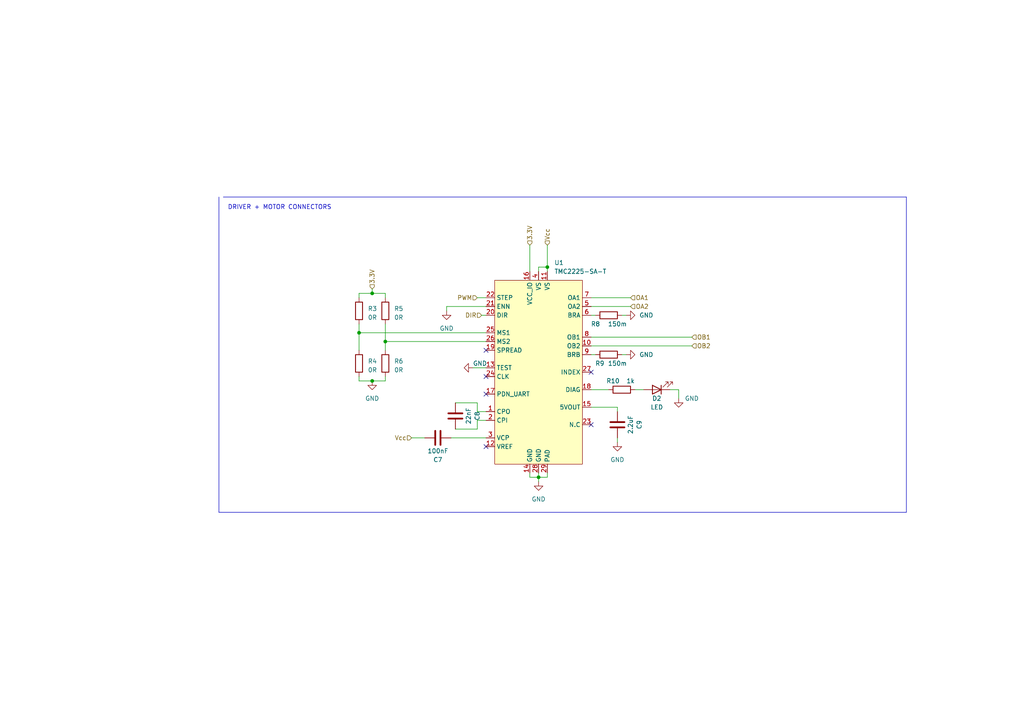
<source format=kicad_sch>
(kicad_sch (version 20230121) (generator eeschema)

  (uuid f94d9208-559e-4e80-a881-303802234389)

  (paper "A4")

  (lib_symbols
    (symbol "Custom_laptop:TMC2225-SA-T" (in_bom yes) (on_board yes)
      (property "Reference" "U" (at -11.43 25.4 0)
        (effects (font (size 1.27 1.27)))
      )
      (property "Value" "TMC2225-SA-T" (at -13.97 -31.75 0)
        (effects (font (size 1.27 1.27)))
      )
      (property "Footprint" "" (at -3.81 16.51 0)
        (effects (font (size 1.27 1.27)) hide)
      )
      (property "Datasheet" "" (at -3.81 16.51 0)
        (effects (font (size 1.27 1.27)) hide)
      )
      (symbol "TMC2225-SA-T_0_1"
        (rectangle (start -12.7 24.13) (end 12.7 -29.21)
          (stroke (width 0) (type default))
          (fill (type background))
        )
      )
      (symbol "TMC2225-SA-T_1_1"
        (pin passive line (at -15.24 -13.97 0) (length 2.54)
          (name "CPO" (effects (font (size 1.27 1.27))))
          (number "1" (effects (font (size 1.27 1.27))))
        )
        (pin passive line (at 15.24 5.08 180) (length 2.54)
          (name "OB2" (effects (font (size 1.27 1.27))))
          (number "10" (effects (font (size 1.27 1.27))))
        )
        (pin power_in line (at 2.54 26.67 270) (length 2.54)
          (name "VS" (effects (font (size 1.27 1.27))))
          (number "11" (effects (font (size 1.27 1.27))))
        )
        (pin passive line (at -15.24 -24.13 0) (length 2.54)
          (name "VREF" (effects (font (size 1.27 1.27))))
          (number "12" (effects (font (size 1.27 1.27))))
        )
        (pin passive line (at -15.24 -1.27 0) (length 2.54)
          (name "TEST" (effects (font (size 1.27 1.27))))
          (number "13" (effects (font (size 1.27 1.27))))
        )
        (pin power_in line (at -2.54 -31.75 90) (length 2.54)
          (name "GND" (effects (font (size 1.27 1.27))))
          (number "14" (effects (font (size 1.27 1.27))))
        )
        (pin passive line (at 15.24 -12.7 180) (length 2.54)
          (name "5VOUT" (effects (font (size 1.27 1.27))))
          (number "15" (effects (font (size 1.27 1.27))))
        )
        (pin power_in line (at -2.54 26.67 270) (length 2.54)
          (name "VCC_IO" (effects (font (size 1.27 1.27))))
          (number "16" (effects (font (size 1.27 1.27))))
        )
        (pin passive line (at -15.24 -8.89 0) (length 2.54)
          (name "PDN_UART" (effects (font (size 1.27 1.27))))
          (number "17" (effects (font (size 1.27 1.27))))
        )
        (pin passive line (at 15.24 -7.62 180) (length 2.54)
          (name "DIAG" (effects (font (size 1.27 1.27))))
          (number "18" (effects (font (size 1.27 1.27))))
        )
        (pin passive line (at -15.24 3.81 0) (length 2.54)
          (name "SPREAD" (effects (font (size 1.27 1.27))))
          (number "19" (effects (font (size 1.27 1.27))))
        )
        (pin passive line (at -15.24 -16.51 0) (length 2.54)
          (name "CPI" (effects (font (size 1.27 1.27))))
          (number "2" (effects (font (size 1.27 1.27))))
        )
        (pin passive line (at -15.24 13.97 0) (length 2.54)
          (name "DIR" (effects (font (size 1.27 1.27))))
          (number "20" (effects (font (size 1.27 1.27))))
        )
        (pin passive line (at -15.24 16.51 0) (length 2.54)
          (name "ENN" (effects (font (size 1.27 1.27))))
          (number "21" (effects (font (size 1.27 1.27))))
        )
        (pin passive line (at -15.24 19.05 0) (length 2.54)
          (name "STEP" (effects (font (size 1.27 1.27))))
          (number "22" (effects (font (size 1.27 1.27))))
        )
        (pin passive line (at 15.24 -17.78 180) (length 2.54)
          (name "N.C" (effects (font (size 1.27 1.27))))
          (number "23" (effects (font (size 1.27 1.27))))
        )
        (pin passive line (at -15.24 -3.81 0) (length 2.54)
          (name "CLK" (effects (font (size 1.27 1.27))))
          (number "24" (effects (font (size 1.27 1.27))))
        )
        (pin passive line (at -15.24 8.89 0) (length 2.54)
          (name "MS1" (effects (font (size 1.27 1.27))))
          (number "25" (effects (font (size 1.27 1.27))))
        )
        (pin passive line (at -15.24 6.35 0) (length 2.54)
          (name "MS2" (effects (font (size 1.27 1.27))))
          (number "26" (effects (font (size 1.27 1.27))))
        )
        (pin passive line (at 15.24 -2.54 180) (length 2.54)
          (name "INDEX" (effects (font (size 1.27 1.27))))
          (number "27" (effects (font (size 1.27 1.27))))
        )
        (pin power_in line (at 0 -31.75 90) (length 2.54)
          (name "GND" (effects (font (size 1.27 1.27))))
          (number "28" (effects (font (size 1.27 1.27))))
        )
        (pin power_in line (at 2.54 -31.75 90) (length 2.54)
          (name "PAD" (effects (font (size 1.27 1.27))))
          (number "29" (effects (font (size 1.27 1.27))))
        )
        (pin passive line (at -15.24 -21.59 0) (length 2.54)
          (name "VCP" (effects (font (size 1.27 1.27))))
          (number "3" (effects (font (size 1.27 1.27))))
        )
        (pin power_in line (at 0 26.67 270) (length 2.54)
          (name "VS" (effects (font (size 1.27 1.27))))
          (number "4" (effects (font (size 1.27 1.27))))
        )
        (pin passive line (at 15.24 16.51 180) (length 2.54)
          (name "OA2" (effects (font (size 1.27 1.27))))
          (number "5" (effects (font (size 1.27 1.27))))
        )
        (pin passive line (at 15.24 13.97 180) (length 2.54)
          (name "BRA" (effects (font (size 1.27 1.27))))
          (number "6" (effects (font (size 1.27 1.27))))
        )
        (pin passive line (at 15.24 19.05 180) (length 2.54)
          (name "OA1" (effects (font (size 1.27 1.27))))
          (number "7" (effects (font (size 1.27 1.27))))
        )
        (pin passive line (at 15.24 7.62 180) (length 2.54)
          (name "OB1" (effects (font (size 1.27 1.27))))
          (number "8" (effects (font (size 1.27 1.27))))
        )
        (pin passive line (at 15.24 2.54 180) (length 2.54)
          (name "BRB" (effects (font (size 1.27 1.27))))
          (number "9" (effects (font (size 1.27 1.27))))
        )
      )
    )
    (symbol "Device:C" (pin_numbers hide) (pin_names (offset 0.254)) (in_bom yes) (on_board yes)
      (property "Reference" "C" (at 0.635 2.54 0)
        (effects (font (size 1.27 1.27)) (justify left))
      )
      (property "Value" "C" (at 0.635 -2.54 0)
        (effects (font (size 1.27 1.27)) (justify left))
      )
      (property "Footprint" "" (at 0.9652 -3.81 0)
        (effects (font (size 1.27 1.27)) hide)
      )
      (property "Datasheet" "~" (at 0 0 0)
        (effects (font (size 1.27 1.27)) hide)
      )
      (property "ki_keywords" "cap capacitor" (at 0 0 0)
        (effects (font (size 1.27 1.27)) hide)
      )
      (property "ki_description" "Unpolarized capacitor" (at 0 0 0)
        (effects (font (size 1.27 1.27)) hide)
      )
      (property "ki_fp_filters" "C_*" (at 0 0 0)
        (effects (font (size 1.27 1.27)) hide)
      )
      (symbol "C_0_1"
        (polyline
          (pts
            (xy -2.032 -0.762)
            (xy 2.032 -0.762)
          )
          (stroke (width 0.508) (type default))
          (fill (type none))
        )
        (polyline
          (pts
            (xy -2.032 0.762)
            (xy 2.032 0.762)
          )
          (stroke (width 0.508) (type default))
          (fill (type none))
        )
      )
      (symbol "C_1_1"
        (pin passive line (at 0 3.81 270) (length 2.794)
          (name "~" (effects (font (size 1.27 1.27))))
          (number "1" (effects (font (size 1.27 1.27))))
        )
        (pin passive line (at 0 -3.81 90) (length 2.794)
          (name "~" (effects (font (size 1.27 1.27))))
          (number "2" (effects (font (size 1.27 1.27))))
        )
      )
    )
    (symbol "Device:LED" (pin_numbers hide) (pin_names (offset 1.016) hide) (in_bom yes) (on_board yes)
      (property "Reference" "D" (at 0 2.54 0)
        (effects (font (size 1.27 1.27)))
      )
      (property "Value" "LED" (at 0 -2.54 0)
        (effects (font (size 1.27 1.27)))
      )
      (property "Footprint" "" (at 0 0 0)
        (effects (font (size 1.27 1.27)) hide)
      )
      (property "Datasheet" "~" (at 0 0 0)
        (effects (font (size 1.27 1.27)) hide)
      )
      (property "ki_keywords" "LED diode" (at 0 0 0)
        (effects (font (size 1.27 1.27)) hide)
      )
      (property "ki_description" "Light emitting diode" (at 0 0 0)
        (effects (font (size 1.27 1.27)) hide)
      )
      (property "ki_fp_filters" "LED* LED_SMD:* LED_THT:*" (at 0 0 0)
        (effects (font (size 1.27 1.27)) hide)
      )
      (symbol "LED_0_1"
        (polyline
          (pts
            (xy -1.27 -1.27)
            (xy -1.27 1.27)
          )
          (stroke (width 0.254) (type default))
          (fill (type none))
        )
        (polyline
          (pts
            (xy -1.27 0)
            (xy 1.27 0)
          )
          (stroke (width 0) (type default))
          (fill (type none))
        )
        (polyline
          (pts
            (xy 1.27 -1.27)
            (xy 1.27 1.27)
            (xy -1.27 0)
            (xy 1.27 -1.27)
          )
          (stroke (width 0.254) (type default))
          (fill (type none))
        )
        (polyline
          (pts
            (xy -3.048 -0.762)
            (xy -4.572 -2.286)
            (xy -3.81 -2.286)
            (xy -4.572 -2.286)
            (xy -4.572 -1.524)
          )
          (stroke (width 0) (type default))
          (fill (type none))
        )
        (polyline
          (pts
            (xy -1.778 -0.762)
            (xy -3.302 -2.286)
            (xy -2.54 -2.286)
            (xy -3.302 -2.286)
            (xy -3.302 -1.524)
          )
          (stroke (width 0) (type default))
          (fill (type none))
        )
      )
      (symbol "LED_1_1"
        (pin passive line (at -3.81 0 0) (length 2.54)
          (name "K" (effects (font (size 1.27 1.27))))
          (number "1" (effects (font (size 1.27 1.27))))
        )
        (pin passive line (at 3.81 0 180) (length 2.54)
          (name "A" (effects (font (size 1.27 1.27))))
          (number "2" (effects (font (size 1.27 1.27))))
        )
      )
    )
    (symbol "Device:R" (pin_numbers hide) (pin_names (offset 0)) (in_bom yes) (on_board yes)
      (property "Reference" "R" (at 2.032 0 90)
        (effects (font (size 1.27 1.27)))
      )
      (property "Value" "R" (at 0 0 90)
        (effects (font (size 1.27 1.27)))
      )
      (property "Footprint" "" (at -1.778 0 90)
        (effects (font (size 1.27 1.27)) hide)
      )
      (property "Datasheet" "~" (at 0 0 0)
        (effects (font (size 1.27 1.27)) hide)
      )
      (property "ki_keywords" "R res resistor" (at 0 0 0)
        (effects (font (size 1.27 1.27)) hide)
      )
      (property "ki_description" "Resistor" (at 0 0 0)
        (effects (font (size 1.27 1.27)) hide)
      )
      (property "ki_fp_filters" "R_*" (at 0 0 0)
        (effects (font (size 1.27 1.27)) hide)
      )
      (symbol "R_0_1"
        (rectangle (start -1.016 -2.54) (end 1.016 2.54)
          (stroke (width 0.254) (type default))
          (fill (type none))
        )
      )
      (symbol "R_1_1"
        (pin passive line (at 0 3.81 270) (length 1.27)
          (name "~" (effects (font (size 1.27 1.27))))
          (number "1" (effects (font (size 1.27 1.27))))
        )
        (pin passive line (at 0 -3.81 90) (length 1.27)
          (name "~" (effects (font (size 1.27 1.27))))
          (number "2" (effects (font (size 1.27 1.27))))
        )
      )
    )
    (symbol "power:GND" (power) (pin_names (offset 0)) (in_bom yes) (on_board yes)
      (property "Reference" "#PWR" (at 0 -6.35 0)
        (effects (font (size 1.27 1.27)) hide)
      )
      (property "Value" "GND" (at 0 -3.81 0)
        (effects (font (size 1.27 1.27)))
      )
      (property "Footprint" "" (at 0 0 0)
        (effects (font (size 1.27 1.27)) hide)
      )
      (property "Datasheet" "" (at 0 0 0)
        (effects (font (size 1.27 1.27)) hide)
      )
      (property "ki_keywords" "global power" (at 0 0 0)
        (effects (font (size 1.27 1.27)) hide)
      )
      (property "ki_description" "Power symbol creates a global label with name \"GND\" , ground" (at 0 0 0)
        (effects (font (size 1.27 1.27)) hide)
      )
      (symbol "GND_0_1"
        (polyline
          (pts
            (xy 0 0)
            (xy 0 -1.27)
            (xy 1.27 -1.27)
            (xy 0 -2.54)
            (xy -1.27 -1.27)
            (xy 0 -1.27)
          )
          (stroke (width 0) (type default))
          (fill (type none))
        )
      )
      (symbol "GND_1_1"
        (pin power_in line (at 0 0 270) (length 0) hide
          (name "GND" (effects (font (size 1.27 1.27))))
          (number "1" (effects (font (size 1.27 1.27))))
        )
      )
    )
  )


  (junction (at 111.76 99.06) (diameter 0) (color 0 0 0 0)
    (uuid 2c2163f7-161d-412c-8359-143169cb0182)
  )
  (junction (at 158.75 77.47) (diameter 0) (color 0 0 0 0)
    (uuid 7bccfb04-950d-4a0a-80dc-72474d195e97)
  )
  (junction (at 156.21 138.43) (diameter 0) (color 0 0 0 0)
    (uuid 7ec19647-aade-46a5-a001-956b4740d744)
  )
  (junction (at 104.14 96.52) (diameter 0) (color 0 0 0 0)
    (uuid 98dad0bb-333a-4333-a992-5680c661093e)
  )
  (junction (at 107.95 85.09) (diameter 0) (color 0 0 0 0)
    (uuid bcc93f01-d661-4a5b-87a5-3c57dfdf0cfb)
  )
  (junction (at 107.95 110.49) (diameter 0) (color 0 0 0 0)
    (uuid d6aa65a0-c8c8-4608-b6b2-ff44a27510bf)
  )

  (no_connect (at 171.45 107.95) (uuid 20bf91f6-52ba-4438-b701-7c975decc2cd))
  (no_connect (at 140.97 109.22) (uuid 244a558f-18f3-43a6-90e9-cfc9eed87a48))
  (no_connect (at 140.97 114.3) (uuid 979a6a20-4cae-4576-b9d8-48b6975e0702))
  (no_connect (at 171.45 123.19) (uuid beac491c-e098-47d5-af28-2ade83ead9f0))
  (no_connect (at 140.97 101.6) (uuid f243a732-cf2d-40d5-bb04-c434564940e2))
  (no_connect (at 140.97 129.54) (uuid f24f3613-bf4d-4a56-9696-842339069334))

  (wire (pts (xy 104.14 86.36) (xy 104.14 85.09))
    (stroke (width 0) (type default))
    (uuid 0076f05a-ad2e-4430-9f65-7e0adba14f3c)
  )
  (wire (pts (xy 171.45 100.33) (xy 200.66 100.33))
    (stroke (width 0) (type default))
    (uuid 0405f42d-1f32-4af4-8e4f-930e8e39a8d0)
  )
  (wire (pts (xy 139.7 91.44) (xy 140.97 91.44))
    (stroke (width 0) (type default))
    (uuid 048be32f-0fe4-45e9-b013-861e451d9abd)
  )
  (wire (pts (xy 138.43 119.38) (xy 140.97 119.38))
    (stroke (width 0) (type default))
    (uuid 092e83c1-1b6b-4d5f-9ac1-4de0df43c150)
  )
  (wire (pts (xy 179.07 118.11) (xy 179.07 119.38))
    (stroke (width 0) (type default))
    (uuid 0aa75963-445d-437d-a753-fecb6fbdf3a0)
  )
  (polyline (pts (xy 63.5 57.15) (xy 63.5 148.59))
    (stroke (width 0) (type default))
    (uuid 139176b8-68cc-4b69-8de5-09a17e9c66ac)
  )

  (wire (pts (xy 156.21 138.43) (xy 158.75 138.43))
    (stroke (width 0) (type default))
    (uuid 1c047c6c-fa32-4a22-9728-93d14c754c28)
  )
  (wire (pts (xy 104.14 109.22) (xy 104.14 110.49))
    (stroke (width 0) (type default))
    (uuid 262f85e1-25ca-4361-b1c4-a22bcaa8f8a7)
  )
  (wire (pts (xy 104.14 110.49) (xy 107.95 110.49))
    (stroke (width 0) (type default))
    (uuid 35afd146-a42a-4c0a-8409-829ef5212f07)
  )
  (wire (pts (xy 156.21 138.43) (xy 156.21 139.7))
    (stroke (width 0) (type default))
    (uuid 405c5af7-2a4c-4bc6-83a4-a8d4544743ff)
  )
  (wire (pts (xy 111.76 93.98) (xy 111.76 99.06))
    (stroke (width 0) (type default))
    (uuid 480ef1f5-b993-4993-8fb9-befa3c114933)
  )
  (wire (pts (xy 130.81 127) (xy 140.97 127))
    (stroke (width 0) (type default))
    (uuid 4a39dad2-a5ac-41ac-8dca-4875d4c7f05f)
  )
  (wire (pts (xy 104.14 93.98) (xy 104.14 96.52))
    (stroke (width 0) (type default))
    (uuid 626a58e8-cbbf-49c9-a6db-c6e33c8a35a0)
  )
  (wire (pts (xy 119.38 127) (xy 123.19 127))
    (stroke (width 0) (type default))
    (uuid 703522f1-a850-4e6a-81e0-81f1479d4ec0)
  )
  (wire (pts (xy 104.14 85.09) (xy 107.95 85.09))
    (stroke (width 0) (type default))
    (uuid 70f84ee6-070d-479c-b01b-bc104f221a72)
  )
  (wire (pts (xy 111.76 85.09) (xy 111.76 86.36))
    (stroke (width 0) (type default))
    (uuid 735ddf4f-1a2c-4be8-b783-b7311a6cf578)
  )
  (wire (pts (xy 138.43 116.84) (xy 138.43 119.38))
    (stroke (width 0) (type default))
    (uuid 7658c4c8-f592-4e68-bccd-cb88b5c729e3)
  )
  (wire (pts (xy 156.21 77.47) (xy 158.75 77.47))
    (stroke (width 0) (type default))
    (uuid 77809537-7d1a-418f-90a1-2aa8a24974b9)
  )
  (wire (pts (xy 111.76 99.06) (xy 140.97 99.06))
    (stroke (width 0) (type default))
    (uuid 802bd469-c1ad-47ca-b39f-d7f239e68759)
  )
  (wire (pts (xy 107.95 85.09) (xy 111.76 85.09))
    (stroke (width 0) (type default))
    (uuid 87e15c6c-7379-455f-86f3-31591aa82cc6)
  )
  (wire (pts (xy 179.07 118.11) (xy 171.45 118.11))
    (stroke (width 0) (type default))
    (uuid 886ae25b-6462-4dd7-8b96-ad7c19222ecc)
  )
  (wire (pts (xy 107.95 83.82) (xy 107.95 85.09))
    (stroke (width 0) (type default))
    (uuid 89ad1c94-7198-4115-996e-d5b2255d5ad6)
  )
  (wire (pts (xy 132.08 124.46) (xy 138.43 124.46))
    (stroke (width 0) (type default))
    (uuid 8eca83ce-f803-45eb-8939-fb47a50f786a)
  )
  (wire (pts (xy 180.34 91.44) (xy 181.61 91.44))
    (stroke (width 0) (type default))
    (uuid 917ce7fb-ec99-421a-9a6c-66fb70d60022)
  )
  (polyline (pts (xy 64.77 57.15) (xy 262.89 57.15))
    (stroke (width 0) (type default))
    (uuid 931a1d09-762a-4223-9f09-926c0a5a56f0)
  )
  (polyline (pts (xy 262.89 57.15) (xy 262.89 148.59))
    (stroke (width 0) (type default))
    (uuid 9dea5efb-c502-4158-bd61-2a24d0adae77)
  )

  (wire (pts (xy 171.45 113.03) (xy 176.53 113.03))
    (stroke (width 0) (type default))
    (uuid 9fbbe802-ddc8-4ff9-b8db-04bbda4196c4)
  )
  (polyline (pts (xy 262.89 148.59) (xy 63.5 148.59))
    (stroke (width 0) (type default))
    (uuid a2b54b71-2e85-4756-bad8-160308586f19)
  )

  (wire (pts (xy 171.45 97.79) (xy 200.66 97.79))
    (stroke (width 0) (type default))
    (uuid a5163bd5-2bee-44b9-b333-44e7bb552936)
  )
  (wire (pts (xy 171.45 86.36) (xy 182.88 86.36))
    (stroke (width 0) (type default))
    (uuid a6de4f11-55b7-46eb-bb6f-64cf0f367592)
  )
  (wire (pts (xy 111.76 109.22) (xy 111.76 110.49))
    (stroke (width 0) (type default))
    (uuid af7088dc-92dd-4d75-9e8f-c7f0a92999df)
  )
  (wire (pts (xy 153.67 71.12) (xy 153.67 78.74))
    (stroke (width 0) (type default))
    (uuid b1238892-4c92-4e4c-b927-dec0abc3ce68)
  )
  (wire (pts (xy 156.21 137.16) (xy 156.21 138.43))
    (stroke (width 0) (type default))
    (uuid b2242085-efea-4dc5-add1-19c82ddeb446)
  )
  (wire (pts (xy 129.54 90.17) (xy 129.54 88.9))
    (stroke (width 0) (type default))
    (uuid b74e6b95-096d-4329-b20c-863f4d991a6a)
  )
  (wire (pts (xy 171.45 88.9) (xy 182.88 88.9))
    (stroke (width 0) (type default))
    (uuid b85b3e3b-f17f-4b12-95d1-c05abc83f329)
  )
  (wire (pts (xy 132.08 116.84) (xy 138.43 116.84))
    (stroke (width 0) (type default))
    (uuid c1a6284d-7957-4833-8567-a8f8a65a8f49)
  )
  (wire (pts (xy 196.85 115.57) (xy 196.85 113.03))
    (stroke (width 0) (type default))
    (uuid c343d182-38a5-49df-a386-150b06528fc6)
  )
  (wire (pts (xy 158.75 71.12) (xy 158.75 77.47))
    (stroke (width 0) (type default))
    (uuid c7642a03-0622-49a0-885e-0b19cd09cb26)
  )
  (wire (pts (xy 196.85 113.03) (xy 194.31 113.03))
    (stroke (width 0) (type default))
    (uuid c79ab988-7a0e-4802-9075-9f326069a7b5)
  )
  (wire (pts (xy 138.43 121.92) (xy 140.97 121.92))
    (stroke (width 0) (type default))
    (uuid cb0748a1-662a-47be-bce3-d304e82f6e93)
  )
  (wire (pts (xy 156.21 78.74) (xy 156.21 77.47))
    (stroke (width 0) (type default))
    (uuid cb409bee-312b-4134-b5f7-8b479ffccd7f)
  )
  (wire (pts (xy 111.76 99.06) (xy 111.76 101.6))
    (stroke (width 0) (type default))
    (uuid cbdd629e-217b-49f8-92ad-900de7dfacb9)
  )
  (wire (pts (xy 107.95 110.49) (xy 111.76 110.49))
    (stroke (width 0) (type default))
    (uuid d42d43c2-f32e-418a-ba4f-7acff1d2052a)
  )
  (wire (pts (xy 129.54 88.9) (xy 140.97 88.9))
    (stroke (width 0) (type default))
    (uuid d6341c23-74d1-48b2-b6f5-52140a94a50a)
  )
  (wire (pts (xy 153.67 138.43) (xy 156.21 138.43))
    (stroke (width 0) (type default))
    (uuid d691ac35-8baa-480a-a8a8-83b78c0781d1)
  )
  (wire (pts (xy 158.75 137.16) (xy 158.75 138.43))
    (stroke (width 0) (type default))
    (uuid d7b1a61b-35dd-4635-858d-42d55266540b)
  )
  (wire (pts (xy 158.75 77.47) (xy 158.75 78.74))
    (stroke (width 0) (type default))
    (uuid dac1611c-fe9c-4c0b-b645-14939e3569ae)
  )
  (wire (pts (xy 171.45 102.87) (xy 172.72 102.87))
    (stroke (width 0) (type default))
    (uuid dd7d15c0-9846-4ae8-b220-1ac8f1a3ad95)
  )
  (wire (pts (xy 104.14 96.52) (xy 140.97 96.52))
    (stroke (width 0) (type default))
    (uuid de9c2fdc-38cd-4a50-b4ae-054bbcffa82c)
  )
  (wire (pts (xy 138.43 86.36) (xy 140.97 86.36))
    (stroke (width 0) (type default))
    (uuid e522b076-affb-4bb4-a8d1-191e0f176fb4)
  )
  (wire (pts (xy 180.34 102.87) (xy 181.61 102.87))
    (stroke (width 0) (type default))
    (uuid ea060b7a-b67a-4aeb-8ffe-f931179856f7)
  )
  (wire (pts (xy 138.43 124.46) (xy 138.43 121.92))
    (stroke (width 0) (type default))
    (uuid ea07f079-de25-4b79-93db-ba21aebb7eb9)
  )
  (wire (pts (xy 184.15 113.03) (xy 186.69 113.03))
    (stroke (width 0) (type default))
    (uuid f152355a-1620-491d-81a0-140b7b0075d6)
  )
  (wire (pts (xy 137.16 106.68) (xy 140.97 106.68))
    (stroke (width 0) (type default))
    (uuid f22ca917-9c88-49bc-80ab-fc668e80e0c2)
  )
  (wire (pts (xy 104.14 96.52) (xy 104.14 101.6))
    (stroke (width 0) (type default))
    (uuid f2c08486-6249-4385-bb2d-6da4e1bbfc40)
  )
  (wire (pts (xy 153.67 137.16) (xy 153.67 138.43))
    (stroke (width 0) (type default))
    (uuid f9249d0c-3e79-49cb-a5d1-e7a2a0564152)
  )
  (wire (pts (xy 179.07 127) (xy 179.07 128.27))
    (stroke (width 0) (type default))
    (uuid f976d152-60f9-4760-97d9-f1483accda3b)
  )
  (wire (pts (xy 171.45 91.44) (xy 172.72 91.44))
    (stroke (width 0) (type default))
    (uuid fd50f4b7-09a0-4d5f-b19d-d99f0676793b)
  )

  (text "DRIVER + MOTOR CONNECTORS" (at 66.04 60.96 0)
    (effects (font (size 1.27 1.27)) (justify left bottom))
    (uuid a726ca2c-95f6-4d2d-8e5e-6b2fa89bd215)
  )

  (hierarchical_label "OB2" (shape input) (at 200.66 100.33 0) (fields_autoplaced)
    (effects (font (size 1.27 1.27)) (justify left))
    (uuid 04499728-a7c4-441e-9d7e-5a5044b21e73)
  )
  (hierarchical_label "3.3V" (shape input) (at 107.95 83.82 90) (fields_autoplaced)
    (effects (font (size 1.27 1.27)) (justify left))
    (uuid 149ee152-6784-4fd4-b227-420031ed10c4)
  )
  (hierarchical_label "Vcc" (shape input) (at 158.75 71.12 90) (fields_autoplaced)
    (effects (font (size 1.27 1.27)) (justify left))
    (uuid 23b11c74-5564-4996-bcb1-e4110cc24f6f)
  )
  (hierarchical_label "DIR" (shape input) (at 139.7 91.44 180) (fields_autoplaced)
    (effects (font (size 1.27 1.27)) (justify right))
    (uuid 3af2be07-ab21-466d-9b4d-f847c35cea8d)
  )
  (hierarchical_label "OA1" (shape input) (at 182.88 86.36 0) (fields_autoplaced)
    (effects (font (size 1.27 1.27)) (justify left))
    (uuid 7b1b8550-0d91-4e53-93e5-8858d5c4f5e3)
  )
  (hierarchical_label "OB1" (shape input) (at 200.66 97.79 0) (fields_autoplaced)
    (effects (font (size 1.27 1.27)) (justify left))
    (uuid 81ce116f-d7a8-4f73-82cf-e10504f084c6)
  )
  (hierarchical_label "3.3V" (shape input) (at 153.67 71.12 90) (fields_autoplaced)
    (effects (font (size 1.27 1.27)) (justify left))
    (uuid 8fb10e27-1f1e-4723-8593-1c1fb9de57c1)
  )
  (hierarchical_label "PWM" (shape input) (at 138.43 86.36 180) (fields_autoplaced)
    (effects (font (size 1.27 1.27)) (justify right))
    (uuid b2da71db-5a62-4f7d-b3a0-18fd827a5330)
  )
  (hierarchical_label "Vcc" (shape input) (at 119.38 127 180) (fields_autoplaced)
    (effects (font (size 1.27 1.27)) (justify right))
    (uuid d1754f43-eeb4-4d75-b1bb-85197f0559b5)
  )
  (hierarchical_label "OA2" (shape input) (at 182.88 88.9 0) (fields_autoplaced)
    (effects (font (size 1.27 1.27)) (justify left))
    (uuid f5a70b08-850f-4ac8-b020-1091db0a1f53)
  )

  (symbol (lib_id "Custom_laptop:TMC2225-SA-T") (at 156.21 105.41 0) (unit 1)
    (in_bom yes) (on_board yes) (dnp no) (fields_autoplaced)
    (uuid 0197128c-b182-4dbc-92fb-19517eb2860f)
    (property "Reference" "U4" (at 160.7694 76.2 0)
      (effects (font (size 1.27 1.27)) (justify left))
    )
    (property "Value" "TMC2225-SA-T" (at 160.7694 78.74 0)
      (effects (font (size 1.27 1.27)) (justify left))
    )
    (property "Footprint" "Package_SO:HTSSOP-28-1EP_4.4x9.7mm_P0.65mm_EP2.85x5.4mm_ThermalVias" (at 152.4 88.9 0)
      (effects (font (size 1.27 1.27)) hide)
    )
    (property "Datasheet" "" (at 152.4 88.9 0)
      (effects (font (size 1.27 1.27)) hide)
    )
    (pin "1" (uuid 73a77a61-20b6-438a-9c32-07b6b943a004))
    (pin "10" (uuid 39977d3c-cf75-4cda-ad64-409cf6bc8998))
    (pin "11" (uuid 3ef70cab-adf1-4b69-b61e-4cf980abf7a8))
    (pin "12" (uuid 50a6ba9f-26e6-4202-bae1-8a0547eb7c75))
    (pin "13" (uuid 00e407df-664f-4830-9e3e-f2bda853b946))
    (pin "14" (uuid 843eb4e2-290b-40e5-8e91-83ab0b06bf83))
    (pin "15" (uuid c2aa9510-42e1-4635-82c0-009f3e475e70))
    (pin "16" (uuid f0a1591d-af1c-49cf-b8d3-e59ffc6e803e))
    (pin "17" (uuid 4cdb77fd-415e-452a-b0c8-8b3a81b4fe53))
    (pin "18" (uuid 2dffc17d-caea-444b-bde5-0fbc26a3d3a5))
    (pin "19" (uuid b01b8d02-b3ae-41e5-a69f-e2b0bf168c1b))
    (pin "2" (uuid b6b51f0f-a41c-49e4-8cea-7dc0c7205180))
    (pin "20" (uuid d25ebebf-ade6-40ac-b5fe-6c8d992699cb))
    (pin "21" (uuid 3ba05703-e1d9-475f-b1ad-89d642d28823))
    (pin "22" (uuid 90025718-c36b-4e64-abd3-bd2c5e50e6cb))
    (pin "23" (uuid cc30ec64-951f-427a-8f31-1d89b24c9e96))
    (pin "24" (uuid 98ca7421-deb9-4418-98c6-05fc8ad06406))
    (pin "25" (uuid 59d29126-477a-4479-bd6c-bf72f219ddf8))
    (pin "26" (uuid 6e0fdc6a-eaff-41f2-b877-43dce70d3aec))
    (pin "27" (uuid 62b9cef5-564a-49bf-a33f-a436db775b48))
    (pin "28" (uuid 1270f751-b9a8-4900-92a3-cc9a023ec0ba))
    (pin "29" (uuid 5c67fb6e-3844-4270-91e0-41693398c641))
    (pin "3" (uuid 9739d157-6762-4944-bd41-06388b871d7b))
    (pin "4" (uuid 5a84950d-37fd-4c4e-a235-81e97809464d))
    (pin "5" (uuid 206b38ec-4ad0-41ae-b6a7-5124a47278fb))
    (pin "6" (uuid 3b348119-2da8-4b48-949f-e2d50caf8157))
    (pin "7" (uuid ac6dd2e6-b1f8-41dd-a862-40f4f1c5a393))
    (pin "8" (uuid a94f24ef-c70e-4190-995f-5dd3c02b6e2d))
    (pin "9" (uuid 2f918692-6191-4450-a332-0a0894428064))
    (instances
      (project "PAMI_mb"
        (path "/bb3e6145-6642-4de1-802f-741b252e53ea/a28b8add-1ed1-4780-b0a0-cc15581d2014"
          (reference "U4") (unit 1)
        )
        (path "/bb3e6145-6642-4de1-802f-741b252e53ea/0e3b4a17-dedf-4ef8-99bd-6617ca6e1a75"
          (reference "U5") (unit 1)
        )
      )
      (project "Stepper_Driver_TMC2225-SA-T"
        (path "/f94d9208-559e-4e80-a881-303802234389"
          (reference "U1") (unit 1)
        )
      )
    )
  )

  (symbol (lib_id "Device:R") (at 176.53 102.87 90) (unit 1)
    (in_bom yes) (on_board yes) (dnp no)
    (uuid 0d5f7039-be92-426c-b6c2-83fb1f3cbe5e)
    (property "Reference" "R26" (at 173.99 105.41 90)
      (effects (font (size 1.27 1.27)))
    )
    (property "Value" "150m" (at 179.07 105.41 90)
      (effects (font (size 1.27 1.27)))
    )
    (property "Footprint" "Resistor_SMD:R_1206_3216Metric_Pad1.30x1.75mm_HandSolder" (at 176.53 104.648 90)
      (effects (font (size 1.27 1.27)) hide)
    )
    (property "Datasheet" "~" (at 176.53 102.87 0)
      (effects (font (size 1.27 1.27)) hide)
    )
    (pin "1" (uuid 035bf459-4f00-4d12-b02b-07056d0eeca5))
    (pin "2" (uuid 55cfe0a0-430b-4615-a0de-57e02f7f586f))
    (instances
      (project "PAMI_mb"
        (path "/bb3e6145-6642-4de1-802f-741b252e53ea/a28b8add-1ed1-4780-b0a0-cc15581d2014"
          (reference "R26") (unit 1)
        )
        (path "/bb3e6145-6642-4de1-802f-741b252e53ea/0e3b4a17-dedf-4ef8-99bd-6617ca6e1a75"
          (reference "R33") (unit 1)
        )
      )
      (project "Stepper_Driver_TMC2225-SA-T"
        (path "/f94d9208-559e-4e80-a881-303802234389"
          (reference "R9") (unit 1)
        )
      )
    )
  )

  (symbol (lib_id "Device:R") (at 176.53 91.44 90) (unit 1)
    (in_bom yes) (on_board yes) (dnp no)
    (uuid 114e77fa-79f0-44c6-a5af-ddcd10f2cb7c)
    (property "Reference" "R25" (at 172.72 93.98 90)
      (effects (font (size 1.27 1.27)))
    )
    (property "Value" "150m" (at 179.07 93.98 90)
      (effects (font (size 1.27 1.27)))
    )
    (property "Footprint" "Resistor_SMD:R_1206_3216Metric_Pad1.30x1.75mm_HandSolder" (at 176.53 93.218 90)
      (effects (font (size 1.27 1.27)) hide)
    )
    (property "Datasheet" "~" (at 176.53 91.44 0)
      (effects (font (size 1.27 1.27)) hide)
    )
    (pin "1" (uuid 6434ea52-8149-49d7-ab1d-4549af29c81c))
    (pin "2" (uuid bcef27ba-f131-4ff8-bc4c-d9accefc29b9))
    (instances
      (project "PAMI_mb"
        (path "/bb3e6145-6642-4de1-802f-741b252e53ea/a28b8add-1ed1-4780-b0a0-cc15581d2014"
          (reference "R25") (unit 1)
        )
        (path "/bb3e6145-6642-4de1-802f-741b252e53ea/0e3b4a17-dedf-4ef8-99bd-6617ca6e1a75"
          (reference "R32") (unit 1)
        )
      )
      (project "Stepper_Driver_TMC2225-SA-T"
        (path "/f94d9208-559e-4e80-a881-303802234389"
          (reference "R8") (unit 1)
        )
      )
    )
  )

  (symbol (lib_id "Device:LED") (at 190.5 113.03 180) (unit 1)
    (in_bom yes) (on_board yes) (dnp no)
    (uuid 12f316ff-5d3a-4882-873f-f8a3ddb4d315)
    (property "Reference" "D9" (at 190.5 115.57 0)
      (effects (font (size 1.27 1.27)))
    )
    (property "Value" "LED" (at 190.5 118.11 0)
      (effects (font (size 1.27 1.27)))
    )
    (property "Footprint" "LED_SMD:LED_0603_1608Metric_Pad1.05x0.95mm_HandSolder" (at 190.5 113.03 0)
      (effects (font (size 1.27 1.27)) hide)
    )
    (property "Datasheet" "~" (at 190.5 113.03 0)
      (effects (font (size 1.27 1.27)) hide)
    )
    (pin "1" (uuid c5bfc39b-2f9c-4994-aa9e-34e3aaa6a530))
    (pin "2" (uuid 3f23fb0d-b3a5-4536-acba-2e477c02e472))
    (instances
      (project "PAMI_mb"
        (path "/bb3e6145-6642-4de1-802f-741b252e53ea/a28b8add-1ed1-4780-b0a0-cc15581d2014"
          (reference "D9") (unit 1)
        )
        (path "/bb3e6145-6642-4de1-802f-741b252e53ea/0e3b4a17-dedf-4ef8-99bd-6617ca6e1a75"
          (reference "D10") (unit 1)
        )
      )
      (project "Stepper_Driver_TMC2225-SA-T"
        (path "/f94d9208-559e-4e80-a881-303802234389"
          (reference "D2") (unit 1)
        )
      )
    )
  )

  (symbol (lib_id "power:GND") (at 181.61 91.44 90) (unit 1)
    (in_bom yes) (on_board yes) (dnp no) (fields_autoplaced)
    (uuid 140464b3-78c9-478b-a49a-46140f39856f)
    (property "Reference" "#PWR067" (at 187.96 91.44 0)
      (effects (font (size 1.27 1.27)) hide)
    )
    (property "Value" "GND" (at 185.42 91.4399 90)
      (effects (font (size 1.27 1.27)) (justify right))
    )
    (property "Footprint" "" (at 181.61 91.44 0)
      (effects (font (size 1.27 1.27)) hide)
    )
    (property "Datasheet" "" (at 181.61 91.44 0)
      (effects (font (size 1.27 1.27)) hide)
    )
    (pin "1" (uuid f99bda3e-dff4-445b-a4b7-a8dc06fd5831))
    (instances
      (project "PAMI_mb"
        (path "/bb3e6145-6642-4de1-802f-741b252e53ea/a28b8add-1ed1-4780-b0a0-cc15581d2014"
          (reference "#PWR067") (unit 1)
        )
        (path "/bb3e6145-6642-4de1-802f-741b252e53ea/0e3b4a17-dedf-4ef8-99bd-6617ca6e1a75"
          (reference "#PWR075") (unit 1)
        )
      )
      (project "Stepper_Driver_TMC2225-SA-T"
        (path "/f94d9208-559e-4e80-a881-303802234389"
          (reference "#PWR0105") (unit 1)
        )
      )
    )
  )

  (symbol (lib_id "Device:R") (at 180.34 113.03 270) (unit 1)
    (in_bom yes) (on_board yes) (dnp no)
    (uuid 1b3138a0-61ca-4329-b994-99f6065c0429)
    (property "Reference" "R27" (at 177.8 110.49 90)
      (effects (font (size 1.27 1.27)))
    )
    (property "Value" "1k" (at 182.88 110.49 90)
      (effects (font (size 1.27 1.27)))
    )
    (property "Footprint" "Resistor_SMD:R_0603_1608Metric_Pad0.98x0.95mm_HandSolder" (at 180.34 111.252 90)
      (effects (font (size 1.27 1.27)) hide)
    )
    (property "Datasheet" "~" (at 180.34 113.03 0)
      (effects (font (size 1.27 1.27)) hide)
    )
    (pin "1" (uuid f7898c84-7b1b-4793-b41d-7bf150010d99))
    (pin "2" (uuid 02895679-ebf3-431e-b968-d5d21804bcb9))
    (instances
      (project "PAMI_mb"
        (path "/bb3e6145-6642-4de1-802f-741b252e53ea/a28b8add-1ed1-4780-b0a0-cc15581d2014"
          (reference "R27") (unit 1)
        )
        (path "/bb3e6145-6642-4de1-802f-741b252e53ea/0e3b4a17-dedf-4ef8-99bd-6617ca6e1a75"
          (reference "R34") (unit 1)
        )
      )
      (project "Stepper_Driver_TMC2225-SA-T"
        (path "/f94d9208-559e-4e80-a881-303802234389"
          (reference "R10") (unit 1)
        )
      )
    )
  )

  (symbol (lib_id "power:GND") (at 156.21 139.7 0) (unit 1)
    (in_bom yes) (on_board yes) (dnp no) (fields_autoplaced)
    (uuid 2f2bf707-4804-4095-9c5a-aa1f48b88df2)
    (property "Reference" "#PWR065" (at 156.21 146.05 0)
      (effects (font (size 1.27 1.27)) hide)
    )
    (property "Value" "GND" (at 156.21 144.78 0)
      (effects (font (size 1.27 1.27)))
    )
    (property "Footprint" "" (at 156.21 139.7 0)
      (effects (font (size 1.27 1.27)) hide)
    )
    (property "Datasheet" "" (at 156.21 139.7 0)
      (effects (font (size 1.27 1.27)) hide)
    )
    (pin "1" (uuid d74883b9-051b-4fdf-a2fc-44c2ba825c27))
    (instances
      (project "PAMI_mb"
        (path "/bb3e6145-6642-4de1-802f-741b252e53ea/a28b8add-1ed1-4780-b0a0-cc15581d2014"
          (reference "#PWR065") (unit 1)
        )
        (path "/bb3e6145-6642-4de1-802f-741b252e53ea/0e3b4a17-dedf-4ef8-99bd-6617ca6e1a75"
          (reference "#PWR073") (unit 1)
        )
      )
      (project "Stepper_Driver_TMC2225-SA-T"
        (path "/f94d9208-559e-4e80-a881-303802234389"
          (reference "#PWR0107") (unit 1)
        )
      )
    )
  )

  (symbol (lib_id "Device:C") (at 179.07 123.19 180) (unit 1)
    (in_bom yes) (on_board yes) (dnp no)
    (uuid 2fb39ba7-f964-4c8d-838b-141b8771e500)
    (property "Reference" "C21" (at 185.42 123.19 90)
      (effects (font (size 1.27 1.27)))
    )
    (property "Value" "2.2uF" (at 182.88 123.19 90)
      (effects (font (size 1.27 1.27)))
    )
    (property "Footprint" "Capacitor_SMD:C_0805_2012Metric_Pad1.18x1.45mm_HandSolder" (at 178.1048 119.38 0)
      (effects (font (size 1.27 1.27)) hide)
    )
    (property "Datasheet" "~" (at 179.07 123.19 0)
      (effects (font (size 1.27 1.27)) hide)
    )
    (pin "1" (uuid b41b66c4-2d43-44a6-9ae2-19d68a5f9f82))
    (pin "2" (uuid 1b4f2cac-4fb5-4662-a012-d51f00d88f66))
    (instances
      (project "PAMI_mb"
        (path "/bb3e6145-6642-4de1-802f-741b252e53ea/a28b8add-1ed1-4780-b0a0-cc15581d2014"
          (reference "C21") (unit 1)
        )
        (path "/bb3e6145-6642-4de1-802f-741b252e53ea/0e3b4a17-dedf-4ef8-99bd-6617ca6e1a75"
          (reference "C24") (unit 1)
        )
      )
      (project "Stepper_Driver_TMC2225-SA-T"
        (path "/f94d9208-559e-4e80-a881-303802234389"
          (reference "C9") (unit 1)
        )
      )
    )
  )

  (symbol (lib_id "Device:R") (at 111.76 105.41 180) (unit 1)
    (in_bom yes) (on_board yes) (dnp no) (fields_autoplaced)
    (uuid 3c0a4aa3-aa2b-4b18-b412-e0c2bb3167bd)
    (property "Reference" "R24" (at 114.3 104.775 0)
      (effects (font (size 1.27 1.27)) (justify right))
    )
    (property "Value" "0R" (at 114.3 107.315 0)
      (effects (font (size 1.27 1.27)) (justify right))
    )
    (property "Footprint" "Resistor_SMD:R_0603_1608Metric_Pad0.98x0.95mm_HandSolder" (at 113.538 105.41 90)
      (effects (font (size 1.27 1.27)) hide)
    )
    (property "Datasheet" "~" (at 111.76 105.41 0)
      (effects (font (size 1.27 1.27)) hide)
    )
    (pin "1" (uuid e8867b45-773b-4d34-a8d1-f3a830ffb23f))
    (pin "2" (uuid 94d49f55-b6d0-4298-b773-dbe2a233b484))
    (instances
      (project "PAMI_mb"
        (path "/bb3e6145-6642-4de1-802f-741b252e53ea/a28b8add-1ed1-4780-b0a0-cc15581d2014"
          (reference "R24") (unit 1)
        )
        (path "/bb3e6145-6642-4de1-802f-741b252e53ea/0e3b4a17-dedf-4ef8-99bd-6617ca6e1a75"
          (reference "R31") (unit 1)
        )
      )
      (project "Stepper_Driver_TMC2225-SA-T"
        (path "/f94d9208-559e-4e80-a881-303802234389"
          (reference "R6") (unit 1)
        )
      )
    )
  )

  (symbol (lib_id "Device:C") (at 132.08 120.65 180) (unit 1)
    (in_bom yes) (on_board yes) (dnp no)
    (uuid 4ec260fa-8c2b-4b07-b3cb-7aac50fb62d9)
    (property "Reference" "C20" (at 138.43 120.65 90)
      (effects (font (size 1.27 1.27)))
    )
    (property "Value" "22nF" (at 135.89 120.65 90)
      (effects (font (size 1.27 1.27)))
    )
    (property "Footprint" "Capacitor_SMD:C_0603_1608Metric_Pad1.08x0.95mm_HandSolder" (at 131.1148 116.84 0)
      (effects (font (size 1.27 1.27)) hide)
    )
    (property "Datasheet" "~" (at 132.08 120.65 0)
      (effects (font (size 1.27 1.27)) hide)
    )
    (pin "1" (uuid 65a65231-a4cf-483d-a6b8-757ef73bf3b1))
    (pin "2" (uuid e099b2ba-59e5-4229-ba4a-a0abb374e0d6))
    (instances
      (project "PAMI_mb"
        (path "/bb3e6145-6642-4de1-802f-741b252e53ea/a28b8add-1ed1-4780-b0a0-cc15581d2014"
          (reference "C20") (unit 1)
        )
        (path "/bb3e6145-6642-4de1-802f-741b252e53ea/0e3b4a17-dedf-4ef8-99bd-6617ca6e1a75"
          (reference "C23") (unit 1)
        )
      )
      (project "Stepper_Driver_TMC2225-SA-T"
        (path "/f94d9208-559e-4e80-a881-303802234389"
          (reference "C8") (unit 1)
        )
      )
    )
  )

  (symbol (lib_id "power:GND") (at 179.07 128.27 0) (unit 1)
    (in_bom yes) (on_board yes) (dnp no) (fields_autoplaced)
    (uuid 5da6d161-2964-4eaa-aaa4-480f38655180)
    (property "Reference" "#PWR066" (at 179.07 134.62 0)
      (effects (font (size 1.27 1.27)) hide)
    )
    (property "Value" "GND" (at 179.07 133.35 0)
      (effects (font (size 1.27 1.27)))
    )
    (property "Footprint" "" (at 179.07 128.27 0)
      (effects (font (size 1.27 1.27)) hide)
    )
    (property "Datasheet" "" (at 179.07 128.27 0)
      (effects (font (size 1.27 1.27)) hide)
    )
    (pin "1" (uuid 3847f8ea-2840-4398-84a0-bd14808141d1))
    (instances
      (project "PAMI_mb"
        (path "/bb3e6145-6642-4de1-802f-741b252e53ea/a28b8add-1ed1-4780-b0a0-cc15581d2014"
          (reference "#PWR066") (unit 1)
        )
        (path "/bb3e6145-6642-4de1-802f-741b252e53ea/0e3b4a17-dedf-4ef8-99bd-6617ca6e1a75"
          (reference "#PWR074") (unit 1)
        )
      )
      (project "Stepper_Driver_TMC2225-SA-T"
        (path "/f94d9208-559e-4e80-a881-303802234389"
          (reference "#PWR0104") (unit 1)
        )
      )
    )
  )

  (symbol (lib_id "power:GND") (at 107.95 110.49 0) (unit 1)
    (in_bom yes) (on_board yes) (dnp no) (fields_autoplaced)
    (uuid 6442e716-20d5-48c1-b77d-0acfc82000f3)
    (property "Reference" "#PWR062" (at 107.95 116.84 0)
      (effects (font (size 1.27 1.27)) hide)
    )
    (property "Value" "GND" (at 107.95 115.57 0)
      (effects (font (size 1.27 1.27)))
    )
    (property "Footprint" "" (at 107.95 110.49 0)
      (effects (font (size 1.27 1.27)) hide)
    )
    (property "Datasheet" "" (at 107.95 110.49 0)
      (effects (font (size 1.27 1.27)) hide)
    )
    (pin "1" (uuid 15956274-96a7-435e-8ab0-b1449437a498))
    (instances
      (project "PAMI_mb"
        (path "/bb3e6145-6642-4de1-802f-741b252e53ea/a28b8add-1ed1-4780-b0a0-cc15581d2014"
          (reference "#PWR062") (unit 1)
        )
        (path "/bb3e6145-6642-4de1-802f-741b252e53ea/0e3b4a17-dedf-4ef8-99bd-6617ca6e1a75"
          (reference "#PWR070") (unit 1)
        )
      )
      (project "Stepper_Driver_TMC2225-SA-T"
        (path "/f94d9208-559e-4e80-a881-303802234389"
          (reference "#PWR0112") (unit 1)
        )
      )
    )
  )

  (symbol (lib_id "Device:R") (at 104.14 90.17 180) (unit 1)
    (in_bom yes) (on_board yes) (dnp no) (fields_autoplaced)
    (uuid 6c424c2d-8d64-433b-ab7e-eb063b37539f)
    (property "Reference" "R21" (at 106.68 89.535 0)
      (effects (font (size 1.27 1.27)) (justify right))
    )
    (property "Value" "0R" (at 106.68 92.075 0)
      (effects (font (size 1.27 1.27)) (justify right))
    )
    (property "Footprint" "Resistor_SMD:R_0603_1608Metric_Pad0.98x0.95mm_HandSolder" (at 105.918 90.17 90)
      (effects (font (size 1.27 1.27)) hide)
    )
    (property "Datasheet" "~" (at 104.14 90.17 0)
      (effects (font (size 1.27 1.27)) hide)
    )
    (pin "1" (uuid 89993c14-5cd6-4826-819f-030e2f02a896))
    (pin "2" (uuid 4ccfe0d8-5c9d-412e-8c4c-b18ddf4a2ff7))
    (instances
      (project "PAMI_mb"
        (path "/bb3e6145-6642-4de1-802f-741b252e53ea/a28b8add-1ed1-4780-b0a0-cc15581d2014"
          (reference "R21") (unit 1)
        )
        (path "/bb3e6145-6642-4de1-802f-741b252e53ea/0e3b4a17-dedf-4ef8-99bd-6617ca6e1a75"
          (reference "R28") (unit 1)
        )
      )
      (project "Stepper_Driver_TMC2225-SA-T"
        (path "/f94d9208-559e-4e80-a881-303802234389"
          (reference "R3") (unit 1)
        )
      )
    )
  )

  (symbol (lib_id "power:GND") (at 181.61 102.87 90) (unit 1)
    (in_bom yes) (on_board yes) (dnp no) (fields_autoplaced)
    (uuid 70ea714e-5070-450b-b60e-f9f5fc0880d5)
    (property "Reference" "#PWR068" (at 187.96 102.87 0)
      (effects (font (size 1.27 1.27)) hide)
    )
    (property "Value" "GND" (at 185.42 102.8699 90)
      (effects (font (size 1.27 1.27)) (justify right))
    )
    (property "Footprint" "" (at 181.61 102.87 0)
      (effects (font (size 1.27 1.27)) hide)
    )
    (property "Datasheet" "" (at 181.61 102.87 0)
      (effects (font (size 1.27 1.27)) hide)
    )
    (pin "1" (uuid 7d3b4ad2-5155-40d0-84b8-46a2b6a092b7))
    (instances
      (project "PAMI_mb"
        (path "/bb3e6145-6642-4de1-802f-741b252e53ea/a28b8add-1ed1-4780-b0a0-cc15581d2014"
          (reference "#PWR068") (unit 1)
        )
        (path "/bb3e6145-6642-4de1-802f-741b252e53ea/0e3b4a17-dedf-4ef8-99bd-6617ca6e1a75"
          (reference "#PWR076") (unit 1)
        )
      )
      (project "Stepper_Driver_TMC2225-SA-T"
        (path "/f94d9208-559e-4e80-a881-303802234389"
          (reference "#PWR0106") (unit 1)
        )
      )
    )
  )

  (symbol (lib_id "Device:R") (at 104.14 105.41 180) (unit 1)
    (in_bom yes) (on_board yes) (dnp no) (fields_autoplaced)
    (uuid 949d4a7e-e88c-44c8-9e94-f74405efbd51)
    (property "Reference" "R22" (at 106.68 104.775 0)
      (effects (font (size 1.27 1.27)) (justify right))
    )
    (property "Value" "0R" (at 106.68 107.315 0)
      (effects (font (size 1.27 1.27)) (justify right))
    )
    (property "Footprint" "Resistor_SMD:R_0603_1608Metric_Pad0.98x0.95mm_HandSolder" (at 105.918 105.41 90)
      (effects (font (size 1.27 1.27)) hide)
    )
    (property "Datasheet" "~" (at 104.14 105.41 0)
      (effects (font (size 1.27 1.27)) hide)
    )
    (pin "1" (uuid 7aae56f2-1aef-488a-98ed-b8919674a6c4))
    (pin "2" (uuid 2a6f77fc-e4ef-4d8e-93bc-50f417b99c40))
    (instances
      (project "PAMI_mb"
        (path "/bb3e6145-6642-4de1-802f-741b252e53ea/a28b8add-1ed1-4780-b0a0-cc15581d2014"
          (reference "R22") (unit 1)
        )
        (path "/bb3e6145-6642-4de1-802f-741b252e53ea/0e3b4a17-dedf-4ef8-99bd-6617ca6e1a75"
          (reference "R29") (unit 1)
        )
      )
      (project "Stepper_Driver_TMC2225-SA-T"
        (path "/f94d9208-559e-4e80-a881-303802234389"
          (reference "R4") (unit 1)
        )
      )
    )
  )

  (symbol (lib_id "power:GND") (at 137.16 106.68 270) (unit 1)
    (in_bom yes) (on_board yes) (dnp no)
    (uuid d89152ef-9965-4b5f-ae3a-86e2b25794be)
    (property "Reference" "#PWR064" (at 130.81 106.68 0)
      (effects (font (size 1.27 1.27)) hide)
    )
    (property "Value" "GND" (at 137.16 105.41 90)
      (effects (font (size 1.27 1.27)) (justify left))
    )
    (property "Footprint" "" (at 137.16 106.68 0)
      (effects (font (size 1.27 1.27)) hide)
    )
    (property "Datasheet" "" (at 137.16 106.68 0)
      (effects (font (size 1.27 1.27)) hide)
    )
    (pin "1" (uuid 3fb12a6b-92de-4869-9040-23e664977950))
    (instances
      (project "PAMI_mb"
        (path "/bb3e6145-6642-4de1-802f-741b252e53ea/a28b8add-1ed1-4780-b0a0-cc15581d2014"
          (reference "#PWR064") (unit 1)
        )
        (path "/bb3e6145-6642-4de1-802f-741b252e53ea/0e3b4a17-dedf-4ef8-99bd-6617ca6e1a75"
          (reference "#PWR072") (unit 1)
        )
      )
      (project "Stepper_Driver_TMC2225-SA-T"
        (path "/f94d9208-559e-4e80-a881-303802234389"
          (reference "#PWR0103") (unit 1)
        )
      )
    )
  )

  (symbol (lib_id "Device:R") (at 111.76 90.17 180) (unit 1)
    (in_bom yes) (on_board yes) (dnp no) (fields_autoplaced)
    (uuid eb3adc01-f246-4ec9-b45a-07a84e81453d)
    (property "Reference" "R23" (at 114.3 89.535 0)
      (effects (font (size 1.27 1.27)) (justify right))
    )
    (property "Value" "0R" (at 114.3 92.075 0)
      (effects (font (size 1.27 1.27)) (justify right))
    )
    (property "Footprint" "Resistor_SMD:R_0603_1608Metric_Pad0.98x0.95mm_HandSolder" (at 113.538 90.17 90)
      (effects (font (size 1.27 1.27)) hide)
    )
    (property "Datasheet" "~" (at 111.76 90.17 0)
      (effects (font (size 1.27 1.27)) hide)
    )
    (pin "1" (uuid 7dd17f8c-0c8c-4fd3-b767-5af23123f2db))
    (pin "2" (uuid 940a04d8-b7ac-4e26-8a34-5ec6ec22930a))
    (instances
      (project "PAMI_mb"
        (path "/bb3e6145-6642-4de1-802f-741b252e53ea/a28b8add-1ed1-4780-b0a0-cc15581d2014"
          (reference "R23") (unit 1)
        )
        (path "/bb3e6145-6642-4de1-802f-741b252e53ea/0e3b4a17-dedf-4ef8-99bd-6617ca6e1a75"
          (reference "R30") (unit 1)
        )
      )
      (project "Stepper_Driver_TMC2225-SA-T"
        (path "/f94d9208-559e-4e80-a881-303802234389"
          (reference "R5") (unit 1)
        )
      )
    )
  )

  (symbol (lib_id "power:GND") (at 129.54 90.17 0) (unit 1)
    (in_bom yes) (on_board yes) (dnp no) (fields_autoplaced)
    (uuid f5ab41e8-3d72-4ed5-88c2-d60455955b37)
    (property "Reference" "#PWR063" (at 129.54 96.52 0)
      (effects (font (size 1.27 1.27)) hide)
    )
    (property "Value" "GND" (at 129.54 95.25 0)
      (effects (font (size 1.27 1.27)))
    )
    (property "Footprint" "" (at 129.54 90.17 0)
      (effects (font (size 1.27 1.27)) hide)
    )
    (property "Datasheet" "" (at 129.54 90.17 0)
      (effects (font (size 1.27 1.27)) hide)
    )
    (pin "1" (uuid 2fe8477c-ddd6-48c7-ba2a-11cb9fcf8e38))
    (instances
      (project "PAMI_mb"
        (path "/bb3e6145-6642-4de1-802f-741b252e53ea/a28b8add-1ed1-4780-b0a0-cc15581d2014"
          (reference "#PWR063") (unit 1)
        )
        (path "/bb3e6145-6642-4de1-802f-741b252e53ea/0e3b4a17-dedf-4ef8-99bd-6617ca6e1a75"
          (reference "#PWR071") (unit 1)
        )
      )
      (project "Stepper_Driver_TMC2225-SA-T"
        (path "/f94d9208-559e-4e80-a881-303802234389"
          (reference "#PWR0102") (unit 1)
        )
      )
    )
  )

  (symbol (lib_id "Device:C") (at 127 127 90) (unit 1)
    (in_bom yes) (on_board yes) (dnp no)
    (uuid f6e6a71f-9590-429b-934d-d52f82d03cd0)
    (property "Reference" "C19" (at 127 133.35 90)
      (effects (font (size 1.27 1.27)))
    )
    (property "Value" "100nF" (at 127 130.81 90)
      (effects (font (size 1.27 1.27)))
    )
    (property "Footprint" "Capacitor_SMD:C_0603_1608Metric_Pad1.08x0.95mm_HandSolder" (at 130.81 126.0348 0)
      (effects (font (size 1.27 1.27)) hide)
    )
    (property "Datasheet" "~" (at 127 127 0)
      (effects (font (size 1.27 1.27)) hide)
    )
    (pin "1" (uuid 9365da91-8623-4223-b3f6-e2cc8eadd23c))
    (pin "2" (uuid 2abc744b-7dd6-46a9-9719-c16e0a033442))
    (instances
      (project "PAMI_mb"
        (path "/bb3e6145-6642-4de1-802f-741b252e53ea/a28b8add-1ed1-4780-b0a0-cc15581d2014"
          (reference "C19") (unit 1)
        )
        (path "/bb3e6145-6642-4de1-802f-741b252e53ea/0e3b4a17-dedf-4ef8-99bd-6617ca6e1a75"
          (reference "C22") (unit 1)
        )
      )
      (project "Stepper_Driver_TMC2225-SA-T"
        (path "/f94d9208-559e-4e80-a881-303802234389"
          (reference "C7") (unit 1)
        )
      )
    )
  )

  (symbol (lib_id "power:GND") (at 196.85 115.57 0) (unit 1)
    (in_bom yes) (on_board yes) (dnp no)
    (uuid f8ba2e9b-1088-447f-91a0-66003f5f3e42)
    (property "Reference" "#PWR069" (at 196.85 121.92 0)
      (effects (font (size 1.27 1.27)) hide)
    )
    (property "Value" "GND" (at 200.66 115.57 0)
      (effects (font (size 1.27 1.27)))
    )
    (property "Footprint" "" (at 196.85 115.57 0)
      (effects (font (size 1.27 1.27)) hide)
    )
    (property "Datasheet" "" (at 196.85 115.57 0)
      (effects (font (size 1.27 1.27)) hide)
    )
    (pin "1" (uuid e48ad7d0-67a3-4d69-93bf-117ede996f18))
    (instances
      (project "PAMI_mb"
        (path "/bb3e6145-6642-4de1-802f-741b252e53ea/a28b8add-1ed1-4780-b0a0-cc15581d2014"
          (reference "#PWR069") (unit 1)
        )
        (path "/bb3e6145-6642-4de1-802f-741b252e53ea/0e3b4a17-dedf-4ef8-99bd-6617ca6e1a75"
          (reference "#PWR077") (unit 1)
        )
      )
      (project "Stepper_Driver_TMC2225-SA-T"
        (path "/f94d9208-559e-4e80-a881-303802234389"
          (reference "#PWR0108") (unit 1)
        )
      )
    )
  )
)

</source>
